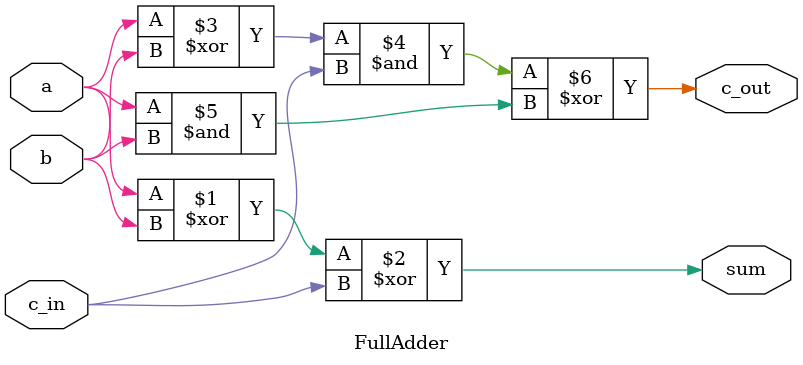
<source format=v>

module FullAdder (

input a,
input b,

input c_in,

output sum,
output c_out 

);

assign sum = (a^b) ^ c_in;
assign c_out = ((a^b) & c_in) ^ (a&b);

endmodule

</source>
